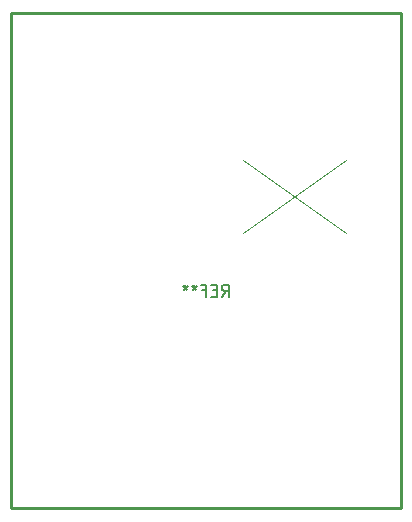
<source format=gbr>
%TF.GenerationSoftware,KiCad,Pcbnew,9.0.0*%
%TF.CreationDate,2025-09-12T19:21:48+01:00*%
%TF.ProjectId,OE PyBoard,4f452050-7942-46f6-9172-642e6b696361,rev?*%
%TF.SameCoordinates,Original*%
%TF.FileFunction,AssemblyDrawing,Bot*%
%FSLAX46Y46*%
G04 Gerber Fmt 4.6, Leading zero omitted, Abs format (unit mm)*
G04 Created by KiCad (PCBNEW 9.0.0) date 2025-09-12 19:21:48*
%MOMM*%
%LPD*%
G01*
G04 APERTURE LIST*
%ADD10C,0.150000*%
%ADD11C,0.100000*%
%TA.AperFunction,Profile*%
%ADD12C,0.230000*%
%TD*%
G04 APERTURE END LIST*
D10*
X143319333Y-118220019D02*
X143652666Y-117743828D01*
X143890761Y-118220019D02*
X143890761Y-117220019D01*
X143890761Y-117220019D02*
X143509809Y-117220019D01*
X143509809Y-117220019D02*
X143414571Y-117267638D01*
X143414571Y-117267638D02*
X143366952Y-117315257D01*
X143366952Y-117315257D02*
X143319333Y-117410495D01*
X143319333Y-117410495D02*
X143319333Y-117553352D01*
X143319333Y-117553352D02*
X143366952Y-117648590D01*
X143366952Y-117648590D02*
X143414571Y-117696209D01*
X143414571Y-117696209D02*
X143509809Y-117743828D01*
X143509809Y-117743828D02*
X143890761Y-117743828D01*
X142890761Y-117696209D02*
X142557428Y-117696209D01*
X142414571Y-118220019D02*
X142890761Y-118220019D01*
X142890761Y-118220019D02*
X142890761Y-117220019D01*
X142890761Y-117220019D02*
X142414571Y-117220019D01*
X141652666Y-117696209D02*
X141985999Y-117696209D01*
X141985999Y-118220019D02*
X141985999Y-117220019D01*
X141985999Y-117220019D02*
X141509809Y-117220019D01*
X140985999Y-117220019D02*
X140985999Y-117458114D01*
X141224094Y-117362876D02*
X140985999Y-117458114D01*
X140985999Y-117458114D02*
X140747904Y-117362876D01*
X141128856Y-117648590D02*
X140985999Y-117458114D01*
X140985999Y-117458114D02*
X140843142Y-117648590D01*
X140224094Y-117220019D02*
X140224094Y-117458114D01*
X140462189Y-117362876D02*
X140224094Y-117458114D01*
X140224094Y-117458114D02*
X139985999Y-117362876D01*
X140366951Y-117648590D02*
X140224094Y-117458114D01*
X140224094Y-117458114D02*
X140081237Y-117648590D01*
D11*
X145129000Y-106653000D02*
X153829000Y-112803000D01*
X145129000Y-112803000D02*
X153829000Y-106653000D01*
D12*
X125476000Y-94232000D02*
X158496000Y-94232000D01*
X158496000Y-136142000D01*
X125476000Y-136142000D01*
X125476000Y-94232000D01*
M02*

</source>
